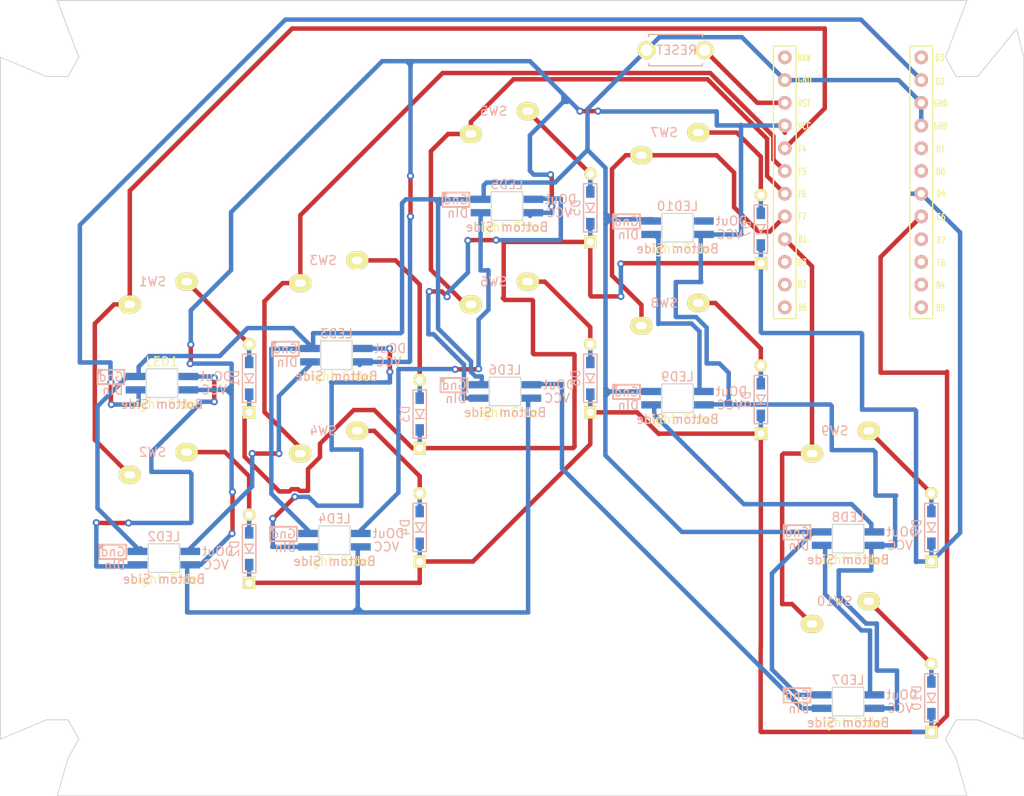
<source format=kicad_pcb>
(kicad_pcb (version 20221018) (generator pcbnew)
  (layers (0 "F.Cu" signal) (31 "B.Cu" signal) (34 "B.Paste" user) (35 "F.Paste" user) (36 "B.SilkS" user "B.Silkscreen") (37 "F.SilkS" user "F.Silkscreen") (38 "B.Mask" user) (39 "F.Mask" user) (44 "Edge.Cuts" user))
  (net 0 "")
  (net 1 "Net-(D1-A)")
  (net 2 "Low0")
  (net 3 "Net-(D2-A)")
  (net 4 "Low1")
  (net 5 "Net-(D3-A)")
  (net 6 "Net-(D4-A)")
  (net 7 "Net-(D5-A)")
  (net 8 "Net-(D6-A)")
  (net 9 "Net-(D7-A)")
  (net 10 "Net-(D8-A)")
  (net 11 "Net-(D9-A)")
  (net 12 "Net-(D10-A)")
  (net 13 "VCC")
  (net 14 "Net-(LED1-DOUT)")
  (net 15 "GND")
  (net 16 "LED")
  (net 17 "Net-(LED2-DOUT)")
  (net 18 "Net-(LED3-DOUT)")
  (net 19 "Net-(LED4-DOUT)")
  (net 20 "Net-(LED5-DOUT)")
  (net 21 "Col0")
  (net 22 "Col1")
  (net 23 "Rest")
  (net 32 "Col2")
  (net 33 "Col3")
  (net 34 "Col4")
  (net 38 "Net-(LED6-DOUT)")
  (net 39 "Net-(LED7-DOUT)")
  (net 40 "Net-(LED8-DOUT)")
  (net 41 "Net-(LED10-DIN)")
  (footprint "kbd_Parts:ResetSW" (layer "F.Cu") (at 88.10625 107.15625)
    (fp_text reference "SW11" hide)
    (fp_text value "SW_PUSH")
  )
  (footprint "kbd_Parts:LED_SK6812MINI-E_BL" (layer "F.Cu") (at 50.225 141.24375)
    (fp_text reference "LED3")
    (fp_text value "LED_SK6812MINI-E")
    (fp_line (start -1.75 -1.6) (end 1.75 -1.6) (stroke (width 0.12)) (layer "Edge.Cuts"))
    (fp_line (start -1.75 1.6) (end -1.75 -1.6) (stroke (width 0.12)) (layer "Edge.Cuts"))
    (fp_line (start 1.75 -1.6) (end 1.75 1.6) (stroke (width 0.12)) (layer "Edge.Cuts"))
    (fp_line (start 1.75 1.6) (end -1.75 1.6) (stroke (width 0.12)) (layer "Edge.Cuts"))
  )
  (footprint "kbd_Parts:Diode_TH_SMD" (layer "F.Cu") (at 78.58125 124.7775 90)
    (fp_text reference "D5")
    (fp_text value "D" hide)
  )
  (footprint "kbd_Parts:LED_SK6812MINI-E_BL" (layer "F.Cu") (at 30.7375 144.375)
    (fp_text reference "LED1")
    (fp_text value "LED_SK6812MINI-E")
    (fp_line (start -1.75 -1.6) (end 1.75 -1.6) (stroke (width 0.12)) (layer "Edge.Cuts"))
    (fp_line (start -1.75 1.6) (end -1.75 -1.6) (stroke (width 0.12)) (layer "Edge.Cuts"))
    (fp_line (start 1.75 -1.6) (end 1.75 1.6) (stroke (width 0.12)) (layer "Edge.Cuts"))
    (fp_line (start 1.75 1.6) (end -1.75 1.6) (stroke (width 0.12)) (layer "Edge.Cuts"))
  )
  (footprint "kbd_Parts:Diode_TH_SMD" (layer "F.Cu") (at 59.53125 160.49625 90)
    (fp_text reference "D4")
    (fp_text value "D" hide)
  )
  (footprint "kbd_SW:CherryMX_Solder_1u" (layer "F.Cu") (at 30.95625 138.1125)
    (fp_text reference "SW1")
    (fp_text value "SW_PUSH" hide)
  )
  (footprint "kbd_Parts:LED_SK6812MINI-E_BL" (layer "F.Cu") (at 88.325 127)
    (fp_text reference "LED10")
    (fp_text value "LED_SK6812MINI-E")
    (fp_line (start -1.75 -1.6) (end 1.75 -1.6) (stroke (width 0.12)) (layer "Edge.Cuts"))
    (fp_line (start -1.75 1.6) (end -1.75 -1.6) (stroke (width 0.12)) (layer "Edge.Cuts"))
    (fp_line (start 1.75 -1.6) (end 1.75 1.6) (stroke (width 0.12)) (layer "Edge.Cuts"))
    (fp_line (start 1.75 1.6) (end -1.75 1.6) (stroke (width 0.12)) (layer "Edge.Cuts"))
  )
  (footprint "kbd_Parts:LED_SK6812MINI-E_BL" (layer "F.Cu") (at 69.05625 145.3)
    (fp_text reference "LED6")
    (fp_text value "LED_SK6812MINI-E")
    (fp_line (start -1.75 -1.6) (end 1.75 -1.6) (stroke (width 0.12)) (layer "Edge.Cuts"))
    (fp_line (start -1.75 1.6) (end -1.75 -1.6) (stroke (width 0.12)) (layer "Edge.Cuts"))
    (fp_line (start 1.75 -1.6) (end 1.75 1.6) (stroke (width 0.12)) (layer "Edge.Cuts"))
    (fp_line (start 1.75 1.6) (end -1.75 1.6) (stroke (width 0.12)) (layer "Edge.Cuts"))
  )
  (footprint "kbd_Parts:Diode_TH_SMD" (layer "F.Cu") (at 97.63125 146.20875 90)
    (fp_text reference "D8")
    (fp_text value "D" hide)
  )
  (footprint "kbd_Parts:Diode_TH_SMD" (layer "F.Cu") (at 40.48125 143.8275 90)
    (fp_text reference "D1")
    (fp_text value "D" hide)
  )
  (footprint "kbd_SW:CherryMX_Solder_1u" (layer "F.Cu") (at 69.05625 138.1125)
    (fp_text reference "SW6")
    (fp_text value "SW_PUSH" hide)
  )
  (footprint "kbd_Parts:Diode_TH_SMD" (layer "F.Cu") (at 116.68125 160.49625 90)
    (fp_text reference "D9")
    (fp_text value "D" hide)
  )
  (footprint "kbd_Parts:Diode_TH_SMD" (layer "F.Cu") (at 116.68125 179.54625 90)
    (fp_text reference "D10")
    (fp_text value "D" hide)
  )
  (footprint "kbd_Parts:LED_SK6812MINI-E_BL" (layer "F.Cu") (at 69.275 124.575)
    (fp_text reference "LED5")
    (fp_text value "LED_SK6812MINI-E")
    (fp_line (start -1.75 -1.6) (end 1.75 -1.6) (stroke (width 0.12)) (layer "Edge.Cuts"))
    (fp_line (start -1.75 1.6) (end -1.75 -1.6) (stroke (width 0.12)) (layer "Edge.Cuts"))
    (fp_line (start 1.75 -1.6) (end 1.75 1.6) (stroke (width 0.12)) (layer "Edge.Cuts"))
    (fp_line (start 1.75 1.6) (end -1.75 1.6) (stroke (width 0.12)) (layer "Edge.Cuts"))
  )
  (footprint "kbd_Parts:LED_SK6812MINI-E_BL" (layer "F.Cu") (at 107.375 179.9625)
    (fp_text reference "LED7")
    (fp_text value "LED_SK6812MINI-E")
    (fp_line (start -1.75 -1.6) (end 1.75 -1.6) (stroke (width 0.12)) (layer "Edge.Cuts"))
    (fp_line (start -1.75 1.6) (end -1.75 -1.6) (stroke (width 0.12)) (layer "Edge.Cuts"))
    (fp_line (start 1.75 -1.6) (end 1.75 1.6) (stroke (width 0.12)) (layer "Edge.Cuts"))
    (fp_line (start 1.75 1.6) (end -1.75 1.6) (stroke (width 0.12)) (layer "Edge.Cuts"))
  )
  (footprint "kbd_Parts:LED_SK6812MINI-E_BL" (layer "F.Cu") (at 107.375 161.75)
    (fp_text reference "LED8")
    (fp_text value "LED_SK6812MINI-E")
    (fp_line (start -1.75 -1.6) (end 1.75 -1.6) (stroke (width 0.12)) (layer "Edge.Cuts"))
    (fp_line (start -1.75 1.6) (end -1.75 -1.6) (stroke (width 0.12)) (layer "Edge.Cuts"))
    (fp_line (start 1.75 -1.6) (end 1.75 1.6) (stroke (width 0.12)) (layer "Edge.Cuts"))
    (fp_line (start 1.75 1.6) (end -1.75 1.6) (stroke (width 0.12)) (layer "Edge.Cuts"))
  )
  (footprint "kbd_Parts:LED_SK6812MINI-E_BL" (layer "F.Cu") (at 30.95625 163.925)
    (fp_text reference "LED2")
    (fp_text value "LED_SK6812MINI-E")
    (fp_line (start -1.75 -1.6) (end 1.75 -1.6) (stroke (width 0.12)) (layer "Edge.Cuts"))
    (fp_line (start -1.75 1.6) (end -1.75 -1.6) (stroke (width 0.12)) (layer "Edge.Cuts"))
    (fp_line (start 1.75 -1.6) (end 1.75 1.6) (stroke (width 0.12)) (layer "Edge.Cuts"))
    (fp_line (start 1.75 1.6) (end -1.75 1.6) (stroke (width 0.12)) (layer "Edge.Cuts"))
  )
  (footprint "kbd_Parts:LED_SK6812MINI-E_BL" (layer "F.Cu") (at 50.00625 161.925)
    (fp_text reference "LED4")
    (fp_text value "LED_SK6812MINI-E")
    (fp_line (start -1.75 -1.6) (end 1.75 -1.6) (stroke (width 0.12)) (layer "Edge.Cuts"))
    (fp_line (start -1.75 1.6) (end -1.75 -1.6) (stroke (width 0.12)) (layer "Edge.Cuts"))
    (fp_line (start 1.75 -1.6) (end 1.75 1.6) (stroke (width 0.12)) (layer "Edge.Cuts"))
    (fp_line (start 1.75 1.6) (end -1.75 1.6) (stroke (width 0.12)) (layer "Edge.Cuts"))
  )
  (footprint "kbd_SW:CherryMX_Solder_1u" (layer "F.Cu") (at 50.00625 135.73125)
    (fp_text reference "SW3")
    (fp_text value "SW_PUSH" hide)
  )
  (footprint "kbd_SW:CherryMX_Solder_1u" (layer "F.Cu") (at 30.95625 157.1625)
    (fp_text reference "SW2")
    (fp_text value "SW_PUSH" hide)
  )
  (footprint "kbd_SW:CherryMX_Solder_1u" (layer "F.Cu") (at 88.10625 121.44375)
    (fp_text reference "SW7")
    (fp_text value "SW_PUSH" hide)
  )
  (footprint "kbd_SW:CherryMX_Solder_1u" (layer "F.Cu") (at 107.15625 154.78125)
    (fp_text reference "SW9")
    (fp_text value "SW_PUSH" hide)
  )
  (footprint "kbd_SW:CherryMX_Solder_1u" (layer "F.Cu") (at 50.00625 154.78125)
    (fp_text reference "SW4")
    (fp_text value "SW_PUSH" hide)
  )
  (footprint "kbd_SW:CherryMX_Solder_1u" (layer "F.Cu") (at 88.10625 140.49375)
    (fp_text reference "SW8")
    (fp_text value "SW_PUSH" hide)
  )
  (footprint "kbd_Parts:Diode_TH_SMD" (layer "F.Cu") (at 59.53125 147.825 90)
    (fp_text reference "D3")
    (fp_text value "D" hide)
  )
  (footprint "kbd_Parts:Diode_TH_SMD" (layer "F.Cu") (at 97.63125 127.15875 90)
    (fp_text reference "D7")
    (fp_text value "D" hide)
  )
  (footprint "kbd_Parts:LED_SK6812MINI-E_BL" (layer "F.Cu") (at 88.325 146.05)
    (fp_text reference "LED9")
    (fp_text value "LED_SK6812MINI-E")
    (fp_line (start -1.75 -1.6) (end 1.75 -1.6) (stroke (width 0.12)) (layer "Edge.Cuts"))
    (fp_line (start -1.75 1.6) (end -1.75 -1.6) (stroke (width 0.12)) (layer "Edge.Cuts"))
    (fp_line (start 1.75 -1.6) (end 1.75 1.6) (stroke (width 0.12)) (layer "Edge.Cuts"))
    (fp_line (start 1.75 1.6) (end -1.75 1.6) (stroke (width 0.12)) (layer "Edge.Cuts"))
  )
  (footprint "kbd_Parts:Diode_TH_SMD" (layer "F.Cu") (at 40.48125 162.8775 90)
    (fp_text reference "D2")
    (fp_text value "D" hide)
  )
  (footprint "kbd_Parts:Diode_TH_SMD" (layer "F.Cu") (at 78.58125 143.8275 90)
    (fp_text reference "D6")
    (fp_text value "D" hide)
  )
  (footprint "kbd_SW:CherryMX_Solder_1u" (layer "F.Cu") (at 107.15625 173.83125)
    (fp_text reference "SW10")
    (fp_text value "SW_PUSH" hide)
  )
  (footprint "kbd_SW:CherryMX_Solder_1u" (layer "F.Cu") (at 69.05625 119.0625)
    (fp_text reference "SW5")
    (fp_text value "SW_PUSH" hide)
  )
  (footprint "kbd_Parts:Micon_ProMicro" (layer "B.Cu") (at 106.66 121.168 180)
    (fp_text reference "U1" hide)
    (fp_text value "ProMicro" hide)
  )
  (gr_line (start 20.25 110.1) (end 17.85 110.1) (stroke (width 0.1)) (layer "Edge.Cuts"))
  (gr_line (start 118.25 184.15) (end 119.45 182) (stroke (width 0.1)) (layer "Edge.Cuts"))
  (gr_line (start 20.25 182) (end 17.85 182) (stroke (width 0.1)) (layer "Edge.Cuts"))
  (gr_line (start 21.45 107.95) (end 20.25 110.1) (stroke (width 0.1)) (layer "Edge.Cuts"))
  (gr_line (start 121.85 110.1) (end 126.20625 104.775) (stroke (width 0.1)) (layer "Edge.Cuts"))
  (gr_line (start 127 107.95) (end 127 184.15) (stroke (width 0.1)) (layer "Edge.Cuts"))
  (gr_line (start 21.45 107.95) (end 19.05 101.6) (stroke (width 0.1)) (layer "Edge.Cuts"))
  (gr_line (start 121.85 110.1) (end 119.45 110.1) (stroke (width 0.1)) (layer "Edge.Cuts"))
  (gr_line (start 119.45 186.3) (end 118.25 184.15) (stroke (width 0.1)) (layer "Edge.Cuts"))
  (gr_line (start 119.45 186.3) (end 120.65 190.5) (stroke (width 0.1)) (layer "Edge.Cuts"))
  (gr_line (start 119.45 182) (end 121.85 182) (stroke (width 0.1)) (layer "Edge.Cuts"))
  (gr_line (start 20.25 186.3) (end 19.05 190.5) (stroke (width 0.1)) (layer "Edge.Cuts"))
  (gr_line (start 12.7 184.15) (end 12.7 107.95) (stroke (width 0.1)) (layer "Edge.Cuts"))
  (gr_line (start 19.05 101.6) (end 120.65 101.6) (stroke (width 0.1)) (layer "Edge.Cuts"))
  (gr_line (start 118.25 107.95) (end 120.65 101.6) (stroke (width 0.1)) (layer "Edge.Cuts"))
  (gr_line (start 120.65 190.5) (end 19.05 190.5) (stroke (width 0.1)) (layer "Edge.Cuts"))
  (gr_line (start 127 107.95) (end 126.20625 104.775) (stroke (width 0.1)) (layer "Edge.Cuts"))
  (gr_line (start 17.85 110.1) (end 12.7 107.95) (stroke (width 0.1)) (layer "Edge.Cuts"))
  (gr_line (start 20.25 186.3) (end 21.45 184.15) (stroke (width 0.1)) (layer "Edge.Cuts"))
  (gr_line (start 121.85 182) (end 127 184.15) (stroke (width 0.1)) (layer "Edge.Cuts"))
  (gr_line (start 17.85 182) (end 12.7 184.15) (stroke (width 0.1)) (layer "Edge.Cuts"))
  (gr_line (start 119.45 110.1) (end 118.25 107.95) (stroke (width 0.1)) (layer "Edge.Cuts"))
  (gr_line (start 21.45 184.15) (end 20.25 182) (stroke (width 0.1)) (layer "Edge.Cuts"))
  (segment (start 40.48125 140.0175) (end 33.49625 133.0325) (width 0.5) (layer "F.Cu") (net 1))
  (segment (start 40.48125 142.0525) (end 40.48125 140.0175) (width 0.5) (layer "B.Cu") (net 1))
  (segment (start 72.18 135.16) (end 72.09 135.07) (width 0.5) (layer "F.Cu") (net 2))
  (segment (start 68.9375 128.5875) (end 78.58125 128.5875) (width 0.5) (layer "F.Cu") (net 2))
  (segment (start 47.05 156.41) (end 46.112082 156.41) (width 0.5) (layer "F.Cu") (net 2))
  (segment (start 68.91 134.8) (end 68.91 128.56) (width 0.5) (layer "F.Cu") (net 2))
  (segment (start 82.07125 130.96875) (end 97.63125 130.96875) (width 0.5) (layer "F.Cu") (net 2))
  (segment (start 39.97 152.592082) (end 39.97 148.14875) (width 0.5) (layer "F.Cu") (net 2))
  (segment (start 82 131.04) (end 82.07125 130.96875) (width 0.5) (layer "F.Cu") (net 2))
  (segment (start 43.857918 156.48) (end 39.97 152.592082) (width 0.5) (layer "F.Cu") (net 2))
  (segment (start 72.27 141.14) (end 72.18 141.05) (width 0.5) (layer "F.Cu") (net 2))
  (segment (start 52.15689 147.38) (end 48.39 151.14689) (width 0.5) (layer "F.Cu") (net 2))
  (segment (start 54.46 147.38) (end 52.15689 147.38) (width 0.5) (layer "F.Cu") (net 2))
  (segment (start 46.112082 156.41) (end 45.932082 156.23) (width 0.5) (layer "F.Cu") (net 2))
  (segment (start 45.227918 156.23) (end 44.977918 156.48) (width 0.5) (layer "F.Cu") (net 2))
  (segment (start 68.91 128.56) (end 68.9375 128.5875) (width 0.5) (layer "F.Cu") (net 2))
  (segment (start 78.58125 128.5875) (end 78.58125 134.56125) (width 0.5) (layer "F.Cu") (net 2))
  (segment (start 72.18 141.05) (end 72.18 135.16) (width 0.5) (layer "F.Cu") (net 2))
  (segment (start 78.7 134.68) (end 82 134.68) (width 0.5) (layer "F.Cu") (net 2))
  (segment (start 76.82 141.19) (end 76.77 141.14) (width 0.5) (layer "F.Cu") (net 2))
  (segment (start 59.53125 151.635) (end 76.655 151.635) (width 0.5) (layer "F.Cu") (net 2))
  (segment (start 59.53125 151.635) (end 58.715 151.635) (width 0.5) (layer "F.Cu") (net 2))
  (segment (start 58.715 151.635) (end 54.46 147.38) (width 0.5) (layer "F.Cu") (net 2))
  (segment (start 48.39 151.14689) (end 48.39 152.64) (width 0.5) (layer "F.Cu") (net 2))
  (segment (start 76.655 151.635) (end 76.82 151.47) (width 0.5) (layer "F.Cu") (net 2))
  (segment (start 69.02 135.07) (end 68.83 134.88) (width 0.5) (layer "F.Cu") (net 2))
  (segment (start 72.09 135.07) (end 69.02 135.07) (width 0.5) (layer "F.Cu") (net 2))
  (segment (start 45.932082 156.23) (end 45.227918 156.23) (width 0.5) (layer "F.Cu") (net 2))
  (segment (start 76.77 141.14) (end 72.27 141.14) (width 0.5) (layer "F.Cu") (net 2))
  (segment (start 76.82 151.47) (end 76.82 141.19) (width 0.5) (layer "F.Cu") (net 2))
  (segment (start 68.83 134.88) (end 68.91 134.8) (width 0.5) (layer "F.Cu") (net 2))
  (segment (start 44.977918 156.48) (end 43.857918 156.48) (width 0.5) (layer "F.Cu") (net 2))
  (segment (start 47.05 153.98) (end 47.05 156.41) (width 0.5) (layer "F.Cu") (net 2))
  (segment (start 39.97 148.14875) (end 40.48125 147.6375) (width 0.5) (layer "F.Cu") (net 2))
  (segment (start 78.58125 134.56125) (end 78.7 134.68) (width 0.5) (layer "F.Cu") (net 2))
  (segment (start 48.39 152.64) (end 47.05 153.98) (width 0.5) (layer "F.Cu") (net 2))
  (via (at 82 131.04) (size 0.8) (drill 0.4) (layers "F.Cu" "B.Cu") (net 2))
  (via (at 82 134.68) (size 0.8) (drill 0.4) (layers "F.Cu" "B.Cu") (net 2))
  (segment (start 97.63125 130.96875) (end 97.63125 138.65125) (width 0.5) (layer "B.Cu") (net 2))
  (segment (start 114.82 147.33) (end 114.97 147.48) (width 0.5) (layer "B.Cu") (net 2))
  (segment (start 119.89 127.54) (end 119.89 161.0975) (width 0.5) (layer "B.Cu") (net 2))
  (segment (start 115.55 123.2) (end 114.47237 123.2) (width 0.5) (layer "B.Cu") (net 2))
  (segment (start 115.55 123.2) (end 119.89 127.54) (width 0.5) (layer "B.Cu") (net 2))
  (segment (start 114.97 164.36) (end 115.02375 164.30625) (width 0.5) (layer "B.Cu") (net 2))
  (segment (start 108.84 138.77) (end 108.94 138.87) (width 0.5) (layer "B.Cu") (net 2))
  (segment (start 108.94 147.33) (end 114.82 147.33) (width 0.5) (layer "B.Cu") (net 2))
  (segment (start 115.02375 164.30625) (end 116.68125 164.30625) (width 0.5) (layer "B.Cu") (net 2))
  (segment (start 40.48125 147.6375) (end 40.48125 145.6025) (width 0.5) (layer "B.Cu") (net 2))
  (segment (start 114.97 147.48) (end 114.97 164.36) (width 0.5) (layer "B.Cu") (net 2))
  (segment (start 108.94 138.87) (end 108.94 147.33) (width 0.5) (layer "B.Cu") (net 2))
  (segment (start 119.89 161.0975) (end 116.68125 164.30625) (width 0.5) (layer "B.Cu") (net 2))
  (segment (start 59.53125 149.6) (end 59.53125 151.635) (width 0.5) (layer "B.Cu") (net 2))
  (segment (start 82 134.68) (end 82 131.04) (width 0.5) (layer "B.Cu") (net 2))
  (segment (start 97.75 138.77) (end 108.84 138.77) (width 0.5) (layer "B.Cu") (net 2))
  (segment (start 97.63125 128.93375) (end 97.63125 130.96875) (width 0.5) (layer "B.Cu") (net 2))
  (segment (start 97.63125 138.65125) (end 97.75 138.77) (width 0.5) (layer "B.Cu") (net 2))
  (segment (start 116.68125 164.30625) (end 116.68125 162.27125) (width 0.5) (layer "B.Cu") (net 2))
  (segment (start 78.58125 128.5875) (end 78.58125 126.5525) (width 0.5) (layer "B.Cu") (net 2))
  (segment (start 37.7825 152.0825) (end 40.48125 154.78125) (width 0.5) (layer "F.Cu") (net 3))
  (segment (start 40.48125 154.78125) (end 40.48125 159.0675) (width 0.5) (layer "F.Cu") (net 3))
  (segment (start 33.49625 152.0825) (end 37.7825 152.0825) (width 0.5) (layer "F.Cu") (net 3))
  (segment (start 40.48125 159.0675) (end 40.48125 161.1025) (width 0.5) (layer "B.Cu") (net 3))
  (segment (start 118.43 143.1) (end 118.43 181.53) (width 0.5) (layer "F.Cu") (net 4))
  (segment (start 59.54 166.7) (end 59.5275 166.6875) (width 0.5) (layer "F.Cu") (net 4))
  (segment (start 118.43 181.53) (end 116.68125 183.27875) (width 0.5) (layer "F.Cu") (net 4))
  (segment (start 59.53125 164.30625) (end 59.53125 166.68375) (width 0.5) (layer "F.Cu") (net 4))
  (segment (start 97.64625 183.35625) (end 116.68125 183.35625) (width 0.5) (layer "F.Cu") (net 4))
  (segment (start 118.33 143.2) (end 118.43 143.1) (width 0.5) (layer "F.Cu") (net 4))
  (segment (start 65.47375 164.30625) (end 59.53125 164.30625) (width 0.5) (layer "F.Cu") (net 4))
  (segment (start 86.28125 150.01875) (end 97.63125 150.01875) (width 0.5) (layer "F.Cu") (net 4))
  (segment (start 97.63125 173.922303) (end 97.61 173.943553) (width 0.5) (layer "F.Cu") (net 4))
  (segment (start 78.58125 147.6375) (end 78.58125 151.19875) (width 0.5) (layer "F.Cu") (net 4))
  (segment (start 78.58125 151.19875) (end 65.47375 164.30625) (width 0.5) (layer "F.Cu") (net 4))
  (segment (start 59.5275 166.6875) (end 40.48125 166.6875) (width 0.5) (layer "F.Cu") (net 4))
  (segment (start 97.61 183.32) (end 97.64625 183.35625) (width 0.5) (layer "F.Cu") (net 4))
  (segment (start 83.8175 147.6375) (end 86.24 150.06) (width 0.5) (layer "F.Cu") (net 4))
  (segment (start 97.63125 150.01875) (end 97.63125 173.922303) (width 0.5) (layer "F.Cu") (net 4))
  (segment (start 116.68125 183.27875) (end 116.68125 183.35625) (width 0.5) (layer "F.Cu") (net 4))
  (segment (start 97.61 173.943553) (end 97.61 183.32) (width 0.5) (layer "F.Cu") (net 4))
  (segment (start 78.58125 147.6375) (end 83.8175 147.6375) (width 0.5) (layer "F.Cu") (net 4))
  (segment (start 111.01 130.28) (end 111.01 143.2) (width 0.5) (layer "F.Cu") (net 4))
  (segment (start 59.53125 166.68375) (end 59.5275 166.6875) (width 0.5) (layer "F.Cu") (net 4))
  (segment (start 111.01 143.2) (end 118.33 143.2) (width 0.5) (layer "F.Cu") (net 4))
  (segment (start 115.55 125.74) (end 111.01 130.28) (width 0.5) (layer "F.Cu") (net 4))
  (segment (start 86.24 150.06) (end 86.28125 150.01875) (width 0.5) (layer "F.Cu") (net 4))
  (segment (start 78.58125 145.6025) (end 78.58125 147.6375) (width 0.5) (layer "B.Cu") (net 4))
  (segment (start 116.68125 181.32125) (end 116.68125 183.35625) (width 0.5) (layer "B.Cu") (net 4))
  (segment (start 40.48125 164.6525) (end 40.48125 166.6875) (width 0.5) (layer "B.Cu") (net 4))
  (segment (start 114.68625 183.35625) (end 116.68125 183.35625) (width 0.5) (layer "B.Cu") (net 4))
  (segment (start 115.68 125.74) (end 115.72 125.7) (width 0.5) (layer "B.Cu") (net 4))
  (segment (start 59.53125 162.27125) (end 59.53125 164.30625) (width 0.5) (layer "B.Cu") (net 4))
  (segment (start 115.55 125.74) (end 115.68 125.74) (width 0.5) (layer "B.Cu") (net 4))
  (segment (start 97.63125 150.01875) (end 97.63125 147.98375) (width 0.5) (layer "B.Cu") (net 4))
  (segment (start 52.54625 130.65125) (end 56.8325 130.65125) (width 0.5) (layer "F.Cu") (net 5))
  (segment (start 59.53125 133.35) (end 59.53125 144.015) (width 0.5) (layer "F.Cu") (net 5))
  (segment (start 56.8325 130.65125) (end 59.53125 133.35) (width 0.5) (layer "F.Cu") (net 5))
  (segment (start 59.53125 144.015) (end 59.53125 146.05) (width 0.5) (layer "B.Cu") (net 5))
  (segment (start 54.45125 149.70125) (end 52.54625 149.70125) (width 0.5) (layer "F.Cu") (net 6))
  (segment (start 59.53125 154.78125) (end 54.45125 149.70125) (width 0.5) (layer "F.Cu") (net 6))
  (segment (start 59.53125 156.68625) (end 59.53125 154.78125) (width 0.5) (layer "F.Cu") (net 6))
  (segment (start 59.53125 156.68625) (end 59.53125 158.72125) (width 0.5) (layer "B.Cu") (net 6))
  (segment (start 78.58125 120.9675) (end 71.59625 113.9825) (width 0.5) (layer "F.Cu") (net 7))
  (segment (start 78.58125 123.0025) (end 78.58125 120.9675) (width 0.5) (layer "B.Cu") (net 7))
  (segment (start 73.50125 133.0325) (end 78.58125 138.1125) (width 0.5) (layer "F.Cu") (net 8))
  (segment (start 71.59625 133.0325) (end 73.50125 133.0325) (width 0.5) (layer "F.Cu") (net 8))
  (segment (start 78.58125 138.1125) (end 78.58125 140.0175) (width 0.5) (layer "F.Cu") (net 8))
  (segment (start 78.58125 140.0175) (end 78.58125 142.0525) (width 0.5) (layer "B.Cu") (net 8))
  (segment (start 94.9325 116.36375) (end 90.64625 116.36375) (width 0.5) (layer "F.Cu") (net 9))
  (segment (start 97.63125 119.0625) (end 94.9325 116.36375) (width 0.5) (layer "F.Cu") (net 9))
  (segment (start 97.63125 123.34875) (end 97.63125 119.0625) (width 0.5) (layer "F.Cu") (net 9))
  (segment (start 97.63125 123.34875) (end 97.63125 125.38375) (width 0.5) (layer "B.Cu") (net 9))
  (segment (start 97.63125 140.49375) (end 92.55125 135.41375) (width 0.5) (layer "F.Cu") (net 10))
  (segment (start 92.55125 135.41375) (end 90.64625 135.41375) (width 0.5) (layer "F.Cu") (net 10))
  (segment (start 97.63125 142.39875) (end 97.63125 140.49375) (width 0.5) (layer "F.Cu") (net 10))
  (segment (start 97.63125 144.43375) (end 97.63125 142.39875) (width 0.5) (layer "B.Cu") (net 10))
  (segment (start 116.68125 156.68625) (end 109.69625 149.70125) (width 0.5) (layer "F.Cu") (net 11))
  (segment (start 116.68125 158.72125) (end 116.68125 156.68625) (width 0.5) (layer "B.Cu") (net 11))
  (segment (start 109.69625 168.75125) (end 116.68125 175.73625) (width 0.5) (layer "F.Cu") (net 12))
  (segment (start 116.68125 175.73625) (end 116.68125 177.77125) (width 0.5) (layer "B.Cu") (net 12))
  (segment (start 74.28 121.21) (end 74.14 121.07) (width 0.5) (layer "F.Cu") (net 13))
  (segment (start 79.44 113.97) (end 77.426045 113.97) (width 0.5) (layer "F.Cu") (net 13))
  (segment (start 38.62 161.12) (end 38.57 161.17) (width 0.5) (layer "F.Cu") (net 13))
  (segment (start 58.5 125.75) (end 58.5 121.21) (width 0.5) (layer "F.Cu") (net 13))
  (segment (start 33.96 142.1295) (end 33.9 142.1895) (width 0.5) (layer "F.Cu") (net 13))
  (segment (start 100.31 115.58) (end 100.31 116.38375) (width 0.5) (layer "F.Cu") (net 13))
  (segment (start 77.426045 113.97) (end 77.4255 113.970545) (width 0.5) (layer "F.Cu") (net 13))
  (segment (start 38.62 156.53) (end 38.62 161.12) (width 0.5) (layer "F.Cu") (net 13))
  (segment (start 33.96 140.06) (end 33.96 142.1295) (width 0.5) (layer "F.Cu") (net 13))
  (segment (start 74.28 124.5995) (end 74.28 121.21) (width 0.5) (layer "F.Cu") (net 13))
  (via (at 38.62 156.53) (size 0.8) (drill 0.4) (layers "F.Cu" "B.Cu") (net 13))
  (via (at 58.5 121.21) (size 0.8) (drill 0.4) (layers "F.Cu" "B.Cu") (net 13))
  (via (at 74.28 124.5995) (size 0.8) (drill 0.4) (layers "F.Cu" "B.Cu") (net 13))
  (via (at 74.14 121.07) (size 0.8) (drill 0.4) (layers "F.Cu" "B.Cu") (net 13))
  (via (at 58.5 125.75) (size 0.8) (drill 0.4) (layers "F.Cu" "B.Cu") (net 13))
  (via (at 79.44 113.97) (size 0.8) (drill 0.4) (layers "F.Cu" "B.Cu") (net 13))
  (via (at 33.96 140.06) (size 0.8) (drill 0.4) (layers "F.Cu" "B.Cu") (net 13))
  (via (at 38.57 161.17) (size 0.8) (drill 0.4) (layers "F.Cu" "B.Cu") (net 13))
  (via (at 77.4255 113.970545) (size 0.8) (drill 0.4) (layers "F.Cu" "B.Cu") (net 13))
  (via (at 33.9 142.1895) (size 0.8) (drill 0.4) (layers "F.Cu" "B.Cu") (net 13))
  (segment (start 71.64 146.06625) (end 71.64 170) (width 0.5) (layer "B.Cu") (net 13))
  (segment (start 74.14 121.07) (end 72.27 121.07) (width 0.5) (layer "B.Cu") (net 13))
  (segment (start 92.71 114.01) (end 79.48 114.01) (width 0.5) (layer "B.Cu") (net 13))
  (segment (start 74.33 124.6495) (end 74.28 124.5995) (width 0.5) (layer "B.Cu") (net 13))
  (segment (start 33.55625 164.675) (end 33.55625 169.98625) (width 0.5) (layer "B.Cu") (net 13))
  (segment (start 90.925 127.75) (end 90.925 133.015) (width 0.5) (layer "B.Cu") (net 13))
  (segment (start 93.98 146.35) (end 93.58 146.75) (width 0.5) (layer "B.Cu") (net 13))
  (segment (start 38.52 145.1) (end 38.52 145.67) (width 0.5) (layer "B.Cu") (net 13))
  (segment (start 58.5 108.82) (end 58.07 108.39) (width 0.5) (layer "B.Cu") (net 13))
  (segment (start 94.46 146.76) (end 94.05 146.76) (width 0.5) (layer "B.Cu") (net 13))
  (segment (start 58.5 108.39) (end 58.07 108.39) (width 0.5) (layer "B.Cu") (net 13))
  (segment (start 38.14 145.125) (end 38.14 145.03) (width 0.5) (layer "B.Cu") (net 13))
  (segment (start 94.04 146.35) (end 94.05 146.35) (width 0.5) (layer "B.Cu") (net 13))
  (segment (start 100.31 115.58) (end 95.49 115.58) (width 0.5) (layer "B.Cu") (net 13))
  (segment (start 90.925 127.75) (end 92.03125 127.75) (width 0.5) (layer "B.Cu") (net 13))
  (segment (start 90.39 136.98) (end 91.58 138.17) (width 0.5) (layer "B.Cu") (net 13))
  (segment (start 110.19 151.86) (end 105.55 151.86) (width 0.5) (layer "B.Cu") (net 13))
  (segment (start 33.3375 145.125) (end 37.155 145.125) (width 0.5) (layer "B.Cu") (net 13))
  (segment (start 53.13 170) (end 52.11 170) (width 0.5) (layer "B.Cu") (net 13))
  (segment (start 38.52 142.23) (end 38.52 144.65) (width 0.5) (layer "B.Cu") (net 13))
  (segment (start 38.46 125.27) (end 38.46 131.74) (width 0.5) (layer "B.Cu") (net 13))
  (segment (start 58.07 108.39) (end 55.34 108.39) (width 0.5) (layer "B.Cu") (net 13))
  (segment (start 33.3375 145.25625) (end 33.3375 145.125) (width 0.5) (layer "B.Cu") (net 13))
  (segment (start 52.60625 169.21) (end 52.60625 169.50375) (width 0.5) (layer "B.Cu") (net 13))
  (segment (start 110.63 176.5) (end 110.59 176.46) (width 0.5) (layer "B.Cu") (net 13))
  (segment (start 91.58 142.17) (end 93 142.17) (width 0.5) (layer "B.Cu") (net 13))
  (segment (start 38.14 145.03) (end 38.14 145.29) (width 0.5) (layer "B.Cu") (net 13))
  (segment (start 75.577478 112.122522) (end 71.844955 108.39) (width 0.5) (layer "B.Cu") (net 13))
  (segment (start 58.5 108.96) (end 58.5 108.82) (width 0.5) (layer "B.Cu") (net 13))
  (segment (start 53.1375 162.675) (end 52.60625 162.675) (width 0.5) (layer "B.Cu") (net 13))
  (segment (start 38.57 161.17) (end 35.065 164.675) (width 0.5) (layer "B.Cu") (net 13))
  (segment (start 110.44 156.9) (end 110.44 152.11) (width 0.5) (layer "B.Cu") (net 13))
  (segment (start 52.825 141.99375) (end 58.37625 141.99375) (width 0.5) (layer "B.Cu") (net 13))
  (segment (start 71.875 125.325) (end 74.285 125.325) (width 0.5) (layer "B.Cu") (net 13))
  (segment (start 91.58 138.17) (end 91.58 142.17) (width 0.5) (layer "B.Cu") (net 13))
  (segment (start 38.4795 142.1895) (end 38.52 142.23) (width 0.5) (layer "B.Cu") (net 13))
  (segment (start 74.285 125.325) (end 74.33 125.37) (width 0.5) (layer "B.Cu") (net 13))
  (segment (start 33.55625 169.98625) (end 33.57 170) (width 0.5) (layer "B.Cu") (net 13))
  (segment (start 109.975 165.255) (end 109.975 162.5) (width 0.5) (layer "B.Cu") (net 13))
  (segment (start 112.84 176.5) (end 110.63 176.5) (width 0.5) (layer "B.Cu") (net 13))
  (segment (start 38.495 145.125) (end 38.52 145.1) (width 0.5) (layer "B.Cu") (net 13))
  (segment (start 52.60625 169.21) (end 52.60625 162.675) (width 0.5) (layer "B.Cu") (net 13))
  (segment (start 88.13 136.95) (end 88.16 136.98) (width 0.5) (layer "B.Cu") (net 13))
  (segment (start 74.33 125.37) (end 74.33 124.6495) (width 0.5) (layer "B.Cu") (net 13))
  (segment (start 90.935 127.76) (end 90.925 127.75) (width 0.5) (layer "B.Cu") (net 13))
  (segment (start 90.975 146.75) (end 90.925 146.8) (width 0.5) (layer "B.Cu") (net 13))
  (segment (start 95.47 127.76) (end 90.935 127.76) (width 0.5) (layer "B.Cu") (net 13))
  (segment (start 71.65625 146.05) (end 71.64 146.06625) (width 0.5) (layer "B.Cu") (net 13))
  (segment (start 88.16 136.98) (end 90.39 136.98) (width 0.5) (layer "B.Cu") (net 13))
  (segment (start 58.37625 141.99375) (end 58.45 141.92) (width 0.5) (layer "B.Cu") (net 13))
  (segment (start 71.844955 108.39) (end 58.79 108.39) (width 0.5) (layer "B.Cu") (net 13))
  (segment (start 112.63 162.58) (end 112.63 157.05) (width 0.5) (layer "B.Cu") (net 13))
  (segment (start 58.5 108.96) (end 58.5 108.68) (width 0.5) (layer "B.Cu") (net 13))
  (segment (start 79.48 114.01) (end 79.44 113.97) (width 0.5) (layer "B.Cu") (net 13))
  (segment (start 38.14 145.125) (end 38.495 145.125) (width 0.5) (layer "B.Cu") (net 13))
  (segment (start 33.57 170) (end 52.11 170) (width 0.5) (layer "B.Cu") (net 13))
  (segment (start 75.577478 112.932522) (end 76.007478 112.932522) (width 0.5) (layer "B.Cu") (net 13))
  (segment (start 58.45 125.8) (end 58.5 125.75) (width 0.5) (layer "B.Cu") (net 13))
  (segment (start 112.84 180.8) (end 112.84 176.5) (width 0.5) (layer "B.Cu") (net 13))
  (segment (start 38.52 145.67) (end 38.52 156.43) (width 0.5) (layer "B.Cu") (net 13))
  (segment (start 93.58 146.75) (end 90.975 146.75) (width 0.5) (layer "B.Cu") (net 13))
  (segment (start 35.065 164.675) (end 33.55625 164.675) (width 0.5) (layer "B.Cu") (net 13))
  (segment (start 52.60625 169.50375) (end 52.11 170) (width 0.5) (layer "B.Cu") (net 13))
  (segment (start 52.60625 169.21) (end 52.60625 169.47625) (width 0.5) (layer "B.Cu") (net 13))
  (segment (start 38.52 144.65) (end 38.52 145.1) (width 0.5) (layer "B.Cu") (net 13))
  (segment (start 110.48 156.94) (end 110.44 156.9) (width 0.5) (layer "B.Cu") (net 13))
  (segment (start 72.27 121.07) (end 71.84 120.64) (width 0.5) (layer "B.Cu") (net 13))
  (segment (start 37.28 145) (end 37.155 145.125) (width 0.5) (layer "B.Cu") (net 13))
  (segment (start 95.48 115.57) (end 92.71 115.57) (width 0.5) (layer "B.Cu") (net 13))
  (segment (start 110.44 152.11) (end 110.19 151.86) (width 0.5) (layer "B.Cu") (net 13))
  (segment (start 94.05 146.35) (end 94.46 146.76) (width 0.5) (layer "B.Cu") (net 13))
  (segment (start 110.59 171.24) (end 109.39 171.24) (width 0.5) (layer "B.Cu") (net 13))
  (segment (start 58.5 121.21) (end 58.5 108.96) (width 0.5) (layer "B.Cu") (net 13))
  (segment (start 71.64 170) (end 53.13 170) (width 0.5) (layer "B.Cu") (net 13))
  (segment (start 95.49 115.58) (end 95.42 115.51) (width 0.5) (layer "B.Cu") (net 13))
  (segment (start 110.59 176.46) (end 110.59 171.24) (width 0.5) (layer "B.Cu") (net 13))
  (segment (start 58.5 108.96) (end 58.5 108.39) (width 0.5) (layer "B.Cu") (net 13))
  (segment (start 75.577478 112.932522) (end 75.577478 112.122522) (width 0.5) (layer "B.Cu") (net 13))
  (segment (start 105.55 146.93) (end 105.38 146.76) (width 0.5) (layer "B.Cu") (net 13))
  (segment (start 76.197478 112.742522) (end 75.577478 112.122522) (width 0.5) (layer "B.Cu") (net 13))
  (segment (start 94.04 146.35) (end 94.04 146.75) (width 0.5) (layer "B.Cu") (net 13))
  (segment (start 109.92 165.31) (end 109.975 165.255) (width 0.5) (layer "B.Cu") (net 13))
  (segment (start 112.7525 180.7125) (end 112.84 180.8) (width 0.5) (layer "B.Cu") (net 13))
  (segment (start 109.975 162.5) (end 112.55 162.5) (width 0.5) (layer "B.Cu") (net 13))
  (segment (start 58.45 141.92) (end 58.45 125.8) (width 0.5) (layer "B.Cu") (net 13))
  (segment (start 58.5 108.68) (end 58.79 108.39) (width 0.5) (layer "B.Cu") (net 13))
  (segment (start 109.975 180.7125) (end 112.7525 180.7125) (width 0.5) (layer "B.Cu") (net 13))
  (segment (start 38.52 156.43) (end 38.62 156.53) (width 0.5) (layer "B.Cu") (net 13))
  (segment (start 105.38 146.76) (end 94.46 146.76) (width 0.5) (layer "B.Cu") (net 13))
  (segment (start 58.79 108.39) (end 58.5 108.39) (width 0.5) (layer "B.Cu") (net 13))
  (segment (start 90.98 133.07) (end 88.13 133.07) (width 0.5) (layer "B.Cu") (net 13))
  (segment (start 88.13 133.07) (end 88.13 136.95) (width 0.5) (layer "B.Cu") (net 13))
  (segment (start 38.14 145.03) (end 38.52 144.65) (width 0.5) (layer "B.Cu") (net 13))
  (segment (start 38.14 145.29) (end 38.52 145.67) (width 0.5) (layer "B.Cu") (net 13))
  (segment (start 112.63 157.05) (end 112.74 156.94) (width 0.5) (layer "B.Cu") (net 13))
  (segment (start 71.84 120.64) (end 71.84 116.67) (width 0.5) (layer "B.Cu") (net 13))
  (segment (start 76.007478 112.932522) (end 76.197478 112.742522) (width 0.5) (layer "B.Cu") (net 13))
  (segment (start 90.925 133.015) (end 90.98 133.07) (width 0.5) (layer "B.Cu") (net 13))
  (segment (start 71.84 116.67) (end 75.577478 112.932522) (width 0.5) (layer "B.Cu") (net 13))
  (segment (start 92.71 115.57) (end 92.71 114.01) (width 0.5) (layer "B.Cu") (net 13))
  (segment (start 77.4255 113.970545) (end 76.197478 112.742522) (width 0.5) (layer "B.Cu") (net 13))
  (segment (start 94.05 146.76) (end 94.04 146.75) (width 0.5) (layer "B.Cu") (net 13))
  (segment (start 105.55 151.86) (end 105.55 146.93) (width 0.5) (layer "B.Cu") (net 13))
  (segment (start 95.49 115.58) (end 95.48 115.57) (width 0.5) (layer "B.Cu") (net 13))
  (segment (start 52.825 141.99375) (end 52.825 142.347303) (width 0.5) (layer "B.Cu") (net 13))
  (segment (start 38.46 131.74) (end 33.96 136.24) (width 0.5) (layer "B.Cu") (net 13))
  (segment (start 52.60625 169.47625) (end 53.13 170) (width 0.5) (layer "B.Cu") (net 13))
  (segment (start 71.875 125.325) (end 71.875 125.678553) (width 0.5) (layer "B.Cu") (net 13))
  (segment (start 94.04 143.21) (end 94.04 146.35) (width 0.5) (layer "B.Cu") (net 13))
  (segment (start 112.74 156.94) (end 110.48 156.94) (width 0.5) (layer "B.Cu") (net 13))
  (segment (start 94.04 146.75) (end 93.58 146.75) (width 0.5) (layer "B.Cu") (net 13))
  (segment (start 55.34 108.39) (end 38.46 125.27) (width 0.5) (layer "B.Cu") (net 13))
  (segment (start 95.42 127.71) (end 95.47 127.76) (width 0.5) (layer "B.Cu") (net 13))
  (segment (start 106.33 165.31) (end 109.92 165.31) (width 0.5) (layer "B.Cu") (net 13))
  (segment (start 106.33 168.18) (end 106.33 165.31) (width 0.5) (layer "B.Cu") (net 13))
  (segment (start 109.39 171.24) (end 106.33 168.18) (width 0.5) (layer "B.Cu") (net 13))
  (segment (start 37.155 145.125) (end 38.14 145.125) (width 0.5) (layer "B.Cu") (net 13))
  (segment (start 33.96 136.24) (end 33.96 140.06) (width 0.5) (layer "B.Cu") (net 13))
  (segment (start 112.55 162.5) (end 112.63 162.58) (width 0.5) (layer "B.Cu") (net 13))
  (segment (start 95.42 115.51) (end 95.42 127.71) (width 0.5) (layer "B.Cu") (net 13))
  (segment (start 93 142.17) (end 94.04 143.21) (width 0.5) (layer "B.Cu") (net 13))
  (segment (start 94.04 146.35) (end 93.98 146.35) (width 0.5) (layer "B.Cu") (net 13))
  (segment (start 33.9 142.1895) (end 38.4795 142.1895) (width 0.5) (layer "B.Cu") (net 13))
  (segment (start 36.58 143.8) (end 36.58 146.45) (width 0.5) (layer "F.Cu") (net 14))
  (segment (start 36.64 146.51) (end 36.58 146.45) (width 0.5) (layer "F.Cu") (net 14))
  (segment (start 23.44 160) (end 23.41 159.97) (width 0.5) (layer "F.Cu") (net 14))
  (segment (start 27.01 160) (end 23.44 160) (width 0.5) (layer "F.Cu") (net 14))
  (via (at 36.58 146.45) (size 0.8) (drill 0.4) (layers "F.Cu" "B.Cu") (net 14))
  (via (at 23.41 159.97) (size 0.8) (drill 0.4) (layers "F.Cu" "B.Cu") (net 14))
  (via (at 27.01 160) (size 0.8) (drill 0.4) (layers "F.Cu" "B.Cu") (net 14))
  (via (at 36.58 143.8) (size 0.8) (drill 0.4) (layers "F.Cu" "B.Cu") (net 14))
  (segment (start 35.2 146.45) (end 29.85 151.8) (width 0.5) (layer "B.Cu") (net 14))
  (segment (start 29.56 154.29) (end 33.81 154.29) (width 0.5) (layer "B.Cu") (net 14))
  (segment (start 23.41 159.97) (end 23.41 164.85) (width 0.5) (layer "B.Cu") (net 14))
  (segment (start 29.85 151.8) (end 29.56 152.09) (width 0.5) (layer "B.Cu") (net 14))
  (segment (start 33.3375 143.625) (end 36.405 143.625) (width 0.5) (layer "B.Cu") (net 14))
  (segment (start 36.58 146.45) (end 35.2 146.45) (width 0.5) (layer "B.Cu") (net 14))
  (segment (start 36.405 143.625) (end 36.58 143.8) (width 0.5) (layer "B.Cu") (net 14))
  (segment (start 28.18125 164.85) (end 28.35625 164.675) (width 0.5) (layer "B.Cu") (net 14))
  (segment (start 33.81 154.29) (end 34.03 154.51) (width 0.5) (layer "B.Cu") (net 14))
  (segment (start 34.03 154.51) (end 34.03 159.9) (width 0.5) (layer "B.Cu") (net 14))
  (segment (start 34.03 159.9) (end 33.93 160) (width 0.5) (layer "B.Cu") (net 14))
  (segment (start 23.41 164.85) (end 28.18125 164.85) (width 0.5) (layer "B.Cu") (net 14))
  (segment (start 33.93 160) (end 27.01 160) (width 0.5) (layer "B.Cu") (net 14))
  (segment (start 29.56 152.09) (end 29.56 154.29) (width 0.5) (layer "B.Cu") (net 14))
  (segment (start 80.28 126.06) (end 80.97 126.06) (width 0.5) (layer "B.Cu") (net 15))
  (segment (start 47.40625 161.175) (end 42.96 156.72875) (width 0.5) (layer "B.Cu") (net 15))
  (segment (start 74.64 121.95) (end 78.275 118.315) (width 0.5) (layer "B.Cu") (net 15))
  (segment (start 80.28 144.94) (end 80.64 145.3) (width 0.5) (layer "B.Cu") (net 15))
  (segment (start 103.515 161) (end 104.775 161) (width 0.5) (layer "B.Cu") (net 15))
  (segment (start 61.74 124.335) (end 62.25 123.825) (width 0.5) (layer "B.Cu") (net 15))
  (segment (start 104.775 179.2125) (end 101.7125 179.2125) (width 0.5) (layer "B.Cu") (net 15))
  (segment (start 98.87 165.645) (end 103.515 161) (width 0.5) (layer "B.Cu") (net 15))
  (segment (start 26.8775 143.625) (end 28.1375 143.625) (width 0.5) (layer "B.Cu") (net 15))
  (segment (start 28.35625 163.175) (end 28.35625 162.821447) (width 0.5) (layer "B.Cu") (net 15))
  (segment (start 61.74 124.35) (end 61.74 123.825) (width 0.5) (layer "B.Cu") (net 15))
  (segment (start 37.18 141.34) (end 40.3 138.22) (width 0.5) (layer "B.Cu") (net 15))
  (segment (start 57.56 124.24) (end 57.975 123.825) (width 0.5) (layer "B.Cu") (net 15))
  (segment (start 78.275 113.7375) (end 84.85625 107.15625) (width 0.5) (layer "B.Cu") (net 15))
  (segment (start 100.31 110.5) (end 113.01 110.5) (width 0.5) (layer "B.Cu") (net 15))
  (segment (start 80.97 126.06) (end 80.95 126.06) (width 0.5) (layer "B.Cu") (net 15))
  (segment (start 61.2 123.825) (end 61.74 123.825) (width 0.5) (layer "B.Cu") (net 15))
  (segment (start 47.625 138.79) (end 57.41 138.79) (width 0.5) (layer "B.Cu") (net 15))
  (segment (start 78.275 118.315) (end 78.275 118.17) (width 0.5) (layer "B.Cu") (net 15))
  (segment (start 80.27 145.81) (end 80.27 144.95) (width 0.5) (layer "B.Cu") (net 15))
  (segment (start 61.58 138.26) (end 65.26 141.94) (width 0.5) (layer "B.Cu") (net 15))
  (segment (start 28.1375 143.625) (end 28.1375 142.5325) (width 0.5) (layer "B.Cu") (net 15))
  (segment (start 23.54 146.9625) (end 26.8775 143.625) (width 0.5) (layer "B.Cu") (net 15))
  (segment (start 80.28 125.39) (end 80.28 126.06) (width 0.5) (layer "B.Cu") (net 15))
  (segment (start 28.1375 142.5325) (end 29.33 141.34) (width 0.5) (layer "B.Cu") (net 15))
  (segment (start 80.78 145.3) (end 80.27 145.81) (width 0.5) (layer "B.Cu") (net 15))
  (segment (start 80.97 126.06) (end 85.535 126.06) (width 0.5) (layer "B.Cu") (net 15))
  (segment (start 80.89 145.3) (end 85.725 145.3) (width 0.5) (layer "B.Cu") (net 15))
  (segment (start 88.82 161) (end 80.27 152.45) (width 0.5) (layer "B.Cu") (net 15))
  (segment (start 78.275 118.315) (end 80.28 120.32) (width 0.5) (layer "B.Cu") (net 15))
  (segment (start 28.35625 163.175) (end 23.54 158.35875) (width 0.5) (layer "B.Cu") (net 15))
  (segment (start 42.96 140.52) (end 47.59875 140.52) (width 0.5) (layer "B.Cu") (net 15))
  (segment (start 80.28 126.59) (end 80.28 144.94) (width 0.5) (layer "B.Cu") (net 15))
  (segment (start 104.775 161) (end 88.82 161) (width 0.5) (layer "B.Cu") (net 15))
  (segment (start 61.58 123.985) (end 61.58 138.26) (width 0.5) (layer "B.Cu") (net 15))
  (segment (start 57.41 138.79) (end 57.56 138.64) (width 0.5) (layer "B.Cu") (net 15))
  (segment (start 80.89 145.3) (end 80.78 145.3) (width 0.5) (layer "B.Cu") (net 15))
  (segment (start 57.56 138.64) (end 57.56 124.24) (width 0.5) (layer "B.Cu") (net 15))
  (segment (start 66.675 123.825) (end 66.675 122.255) (width 0.5) (layer "B.Cu") (net 15))
  (segment (start 101.7125 179.2125) (end 98.87 176.37) (width 0.5) (layer "B.Cu") (net 15))
  (segment (start 42.96 156.72875) (end 42.96 140.52) (width 0.5) (layer "B.Cu") (net 15))
  (segment (start 61.74 124.35) (end 61.74 124.335) (width 0.5) (layer "B.Cu") (net 15))
  (segment (start 98.87 176.37) (end 98.87 165.645) (width 0.5) (layer "B.Cu") (net 15))
  (segment (start 80.28 126.06) (end 80.28 126.59) (width 0.5) (layer "B.Cu") (net 15))
  (segment (start 80.95 126.06) (end 80.28 125.39) (width 0.5) (layer "B.Cu") (net 15))
  (segment (start 40.3 138.22) (end 45.35125 138.22) (width 0.5) (layer "B.Cu") (net 15))
  (segment (start 80.64 145.3) (end 80.89 145.3) (width 0.5) (layer "B.Cu") (net 15))
  (segment (start 66.98 121.95) (end 74.64 121.95) (width 0.5) (layer "B.Cu") (net 15))
  (segment (start 80.28 120.32) (end 80.28 125.39) (width 0.5) (layer "B.Cu") (net 15))
  (segment (start 85.535 126.06) (end 85.725 126.25) (width 0.5) (layer "B.Cu") (net 15))
  (segment (start 45.35125 138.22) (end 47.625 140.49375) (width 0.5) (layer "B.Cu") (net 15))
  (segment (start 61.725 124.35) (end 61.2 123.825) (width 0.5) (layer "B.Cu") (net 15))
  (segment (start 29.33 141.34) (end 37.18 141.34) (width 0.5) (layer "B.Cu") (net 15))
  (segment (start 47.59875 140.52) (end 47.625 140.49375) (width 0.5) (layer "B.Cu") (net 15))
  (segment (start 86.30625 105.70625) (end 95.51625 105.70625) (width 0.5) (layer "B.Cu") (net 15))
  (segment (start 47.625 140.49375) (end 47.625 138.79) (width 0.5) (layer "B.Cu") (net 15))
  (segment (start 80.97 126.06) (end 80.81 126.06) (width 0.5) (layer "B.Cu") (net 15))
  (segment (start 95.51625 105.70625) (end 100.31 110.5) (width 0.5) (layer "B.Cu") (net 15))
  (segment (start 61.74 123.825) (end 62.25 123.825) (width 0.5) (layer "B.Cu") (net 15))
  (segment (start 66.675 122.255) (end 66.98 121.95) (width 0.5) (layer "B.Cu") (net 15))
  (segment (start 80.81 126.06) (end 80.28 126.59) (width 0.5) (layer "B.Cu") (net 15))
  (segment (start 65.26 143.122082) (end 65.757918 143.62) (width 0.5) (layer "B.Cu") (net 15))
  (segment (start 23.54 158.35875) (end 23.54 146.9625) (width 0.5) (layer "B.Cu") (net 15))
  (segment (start 80.27 144.95) (end 80.28 144.94) (width 0.5) (layer "B.Cu") (net 15))
  (segment (start 113.01 110.5) (end 115.55 113.04) (width 0.5) (layer "B.Cu") (net 15))
  (segment (start 78.275 118.315) (end 78.275 113.7375) (width 0.5) (layer "B.Cu") (net 15))
  (segment (start 65.26 141.94) (end 65.26 143.122082) (width 0.5) (layer "B.Cu") (net 15))
  (segment (start 66.45625 143.62) (end 66.45625 144.55) (width 0.5) (layer "B.Cu") (net 15))
  (segment (start 84.85625 107.15625) (end 86.30625 105.70625) (width 0.5) (layer "B.Cu") (net 15))
  (segment (start 115.55 113.04) (end 115.55 115.58) (width 0.5) (layer "B.Cu") (net 15))
  (segment (start 57.975 123.825) (end 61.2 123.825) (width 0.5) (layer "B.Cu") (net 15))
  (segment (start 61.74 123.825) (end 61.58 123.985) (width 0.5) (layer "B.Cu") (net 15))
  (segment (start 62.25 123.825) (end 66.675 123.825) (width 0.5) (layer "B.Cu") (net 15))
  (segment (start 61.74 124.35) (end 61.725 124.35) (width 0.5) (layer "B.Cu") (net 15))
  (segment (start 65.757918 143.62) (end 66.45625 143.62) (width 0.5) (layer "B.Cu") (net 15))
  (segment (start 80.27 152.45) (end 80.27 145.81) (width 0.5) (layer "B.Cu") (net 15))
  (segment (start 25.035562 144.265562) (end 25.035562 146.705562) (width 0.5) (layer "F.Cu") (net 16))
  (segment (start 25.035562 146.705562) (end 25.09 146.76) (width 0.5) (layer "F.Cu") (net 16))
  (via (at 25.09 146.76) (size 0.8) (drill 0.4) (layers "F.Cu" "B.Cu") (net 16))
  (via (at 25.035562 144.265562) (size 0.8) (drill 0.4) (layers "F.Cu" "B.Cu") (net 16))
  (segment (start 28.08 146.76) (end 28.1375 146.8175) (width 0.5) (layer "B.Cu") (net 16))
  (segment (start 108.82 103.74) (end 44.53 103.74) (width 0.5) (layer "B.Cu") (net 16))
  (segment (start 25.09 146.76) (end 28.08 146.76) (width 0.5) (layer "B.Cu") (net 16))
  (segment (start 21.57 126.7) (end 21.57 142.06) (width 0.5) (layer "B.Cu") (net 16))
  (segment (start 115.64 110.56) (end 108.82 103.74) (width 0.5) (layer "B.Cu") (net 16))
  (segment (start 115.55 110.5) (end 115.61 110.56) (width 0.5) (layer "B.Cu") (net 16))
  (segment (start 24.99 144.22) (end 25.035562 144.265562) (width 0.5) (layer "B.Cu") (net 16))
  (segment (start 21.57 142.06) (end 24.99 142.06) (width 0.5) (layer "B.Cu") (net 16))
  (segment (start 115.61 110.56) (end 115.64 110.56) (width 0.5) (layer "B.Cu") (net 16))
  (segment (start 24.99 142.06) (end 24.99 144.22) (width 0.5) (layer "B.Cu") (net 16))
  (segment (start 44.53 103.74) (end 21.57 126.7) (width 0.5) (layer "B.Cu") (net 16))
  (segment (start 28.1375 146.8175) (end 28.1375 145.125) (width 0.5) (layer "B.Cu") (net 16))
  (segment (start 43.8095 152.24) (end 40.82 152.24) (width 0.5) (layer "F.Cu") (net 17))
  (via (at 40.82 152.24) (size 0.8) (drill 0.4) (layers "F.Cu" "B.Cu") (net 17))
  (via (at 43.8095 152.24) (size 0.8) (drill 0.4) (layers "F.Cu" "B.Cu") (net 17))
  (segment (start 33.55625 163.175) (end 40.82 155.91125) (width 0.5) (layer "B.Cu") (net 17))
  (segment (start 43.8095 152.24) (end 43.8 152.2305) (width 0.5) (layer "B.Cu") (net 17))
  (segment (start 43.8 145.81875) (end 47.625 141.99375) (width 0.5) (layer "B.Cu") (net 17))
  (segment (start 40.82 155.91125) (end 40.82 152.24) (width 0.5) (layer "B.Cu") (net 17))
  (segment (start 43.8 152.2305) (end 43.8 145.81875) (width 0.5) (layer "B.Cu") (net 17))
  (segment (start 56.2 140.54) (end 56.16 140.5) (width 0.5) (layer "F.Cu") (net 18))
  (segment (start 43.12 159.51) (end 43.15 159.51) (width 0.5) (layer "F.Cu") (net 18))
  (segment (start 56.2 143.11) (end 56.2 140.54) (width 0.5) (layer "F.Cu") (net 18))
  (segment (start 43.15 159.51) (end 45.58 157.08) (width 0.5) (layer "F.Cu") (net 18))
  (via (at 56.16 140.5) (size 0.8) (drill 0.4) (layers "F.Cu" "B.Cu") (net 18))
  (via (at 43.12 159.51) (size 0.8) (drill 0.4) (layers "F.Cu" "B.Cu") (net 18))
  (via (at 45.58 157.08) (size 0.8) (drill 0.4) (layers "F.Cu" "B.Cu") (net 18))
  (via (at 43.12 159.51) (size 0.8) (drill 0.4) (layers "F.Cu" "B.Cu") (net 18))
  (via (at 56.2 143.11) (size 0.8) (drill 0.4) (layers "F.Cu" "B.Cu") (net 18))
  (segment (start 52.83125 140.5) (end 52.825 140.49375) (width 0.5) (layer "B.Cu") (net 18))
  (segment (start 49.69 151.82) (end 49.69 144.35) (width 0.5) (layer "B.Cu") (net 18))
  (segment (start 47.40625 162.675) (end 43.075 162.675) (width 0.5) (layer "B.Cu") (net 18))
  (segment (start 52.94 151.79) (end 49.72 151.79) (width 0.5) (layer "B.Cu") (net 18))
  (segment (start 49.72 151.79) (end 49.69 151.82) (width 0.5) (layer "B.Cu") (net 18))
  (segment (start 48.1 158.07) (end 52.98 158.07) (width 0.5) (layer "B.Cu") (net 18))
  (segment (start 53.01 151.86) (end 52.94 151.79) (width 0.5) (layer "B.Cu") (net 18))
  (segment (start 43.12 162.6) (end 43.12 159.51) (width 0.5) (layer "B.Cu") (net 18))
  (segment (start 43.075 162.675) (end 43.06 162.66) (width 0.5) (layer "B.Cu") (net 18))
  (segment (start 52.98 158.07) (end 53.01 158.1) (width 0.5) (layer "B.Cu") (net 18))
  (segment (start 56.16 140.5) (end 52.83125 140.5) (width 0.5) (layer "B.Cu") (net 18))
  (segment (start 47.11 157.08) (end 48.1 158.07) (width 0.5) (layer "B.Cu") (net 18))
  (segment (start 43.06 162.66) (end 43.12 162.6) (width 0.5) (layer "B.Cu") (net 18))
  (segment (start 53.01 158.1) (end 53.01 151.86) (width 0.5) (layer "B.Cu") (net 18))
  (segment (start 45.58 157.08) (end 47.11 157.08) (width 0.5) (layer "B.Cu") (net 18))
  (segment (start 49.69 144.35) (end 49.63 144.29) (width 0.5) (layer "B.Cu") (net 18))
  (segment (start 56.2 144.29) (end 56.2 143.11) (width 0.5) (layer "B.Cu") (net 18))
  (segment (start 49.63 144.29) (end 56.2 144.29) (width 0.5) (layer "B.Cu") (net 18))
  (segment (start 66.05 142.83) (end 66.11 142.77) (width 0.5) (layer "F.Cu") (net 19))
  (segment (start 63.49 142.83) (end 66.05 142.83) (width 0.5) (layer "F.Cu") (net 19))
  (via (at 66.11 142.77) (size 0.8) (drill 0.4) (layers "F.Cu" "B.Cu") (net 19))
  (via (at 63.49 142.83) (size 0.8) (drill 0.4) (layers "F.Cu" "B.Cu") (net 19))
  (segment (start 57.15 156.61) (end 57.15 142.83) (width 0.5) (layer "B.Cu") (net 19))
  (segment (start 57.18 142.8) (end 63.46 142.8) (width 0.5) (layer "B.Cu") (net 19))
  (segment (start 57.15 142.83) (end 57.18 142.8) (width 0.5) (layer "B.Cu") (net 19))
  (segment (start 52.60625 161.15375) (end 57.15 156.61) (width 0.5) (layer "B.Cu") (net 19))
  (segment (start 66.11 137.26) (end 67.21 136.16) (width 0.5) (layer "B.Cu") (net 19))
  (segment (start 67.13 131.77) (end 66.33 131.77) (width 0.5) (layer "B.Cu") (net 19))
  (segment (start 63.46 142.8) (end 63.49 142.83) (width 0.5) (layer "B.Cu") (net 19))
  (segment (start 67.16 131.74) (end 67.13 131.77) (width 0.5) (layer "B.Cu") (net 19))
  (segment (start 66.11 142.77) (end 66.11 137.26) (width 0.5) (layer "B.Cu") (net 19))
  (segment (start 67.21 131.79) (end 67.16 131.74) (width 0.5) (layer "B.Cu") (net 19))
  (segment (start 66.33 131.77) (end 66.33 125.67) (width 0.5) (layer "B.Cu") (net 19))
  (segment (start 67.21 136.16) (end 67.21 131.79) (width 0.5) (layer "B.Cu") (net 19))
  (segment (start 52.60625 161.175) (end 52.60625 161.15375) (width 0.5) (layer "B.Cu") (net 19))
  (segment (start 66.33 125.67) (end 66.675 125.325) (width 0.5) (layer "B.Cu") (net 19))
  (segment (start 64.95 128.39) (end 68.06 128.39) (width 0.5) (layer "F.Cu") (net 20))
  (segment (start 64.91 128.43) (end 64.95 128.39) (width 0.5) (layer "F.Cu") (net 20))
  (segment (start 62.008625 134.13) (end 62.589067 134.710442) (width 0.5) (layer "F.Cu") (net 20))
  (segment (start 60.6 134.13) (end 62.008625 134.13) (width 0.5) (layer "F.Cu") (net 20))
  (via (at 62.589067 134.710442) (size 0.8) (drill 0.4) (layers "F.Cu" "B.Cu") (net 20))
  (via (at 60.6 134.13) (size 0.8) (drill 0.4) (layers "F.Cu" "B.Cu") (net 20))
  (via (at 68.06 128.39) (size 0.8) (drill 0.4) (layers "F.Cu" "B.Cu") (net 20))
  (via (at 64.91 128.43) (size 0.8) (drill 0.4) (layers "F.Cu" "B.Cu") (net 20))
  (segment (start 62.589067 134.330933) (end 64.91 132.01) (width 0.5) (layer "B.Cu") (net 20))
  (segment (start 68.06 128.39) (end 75.14 128.39) (width 0.5) (layer "B.Cu") (net 20))
  (segment (start 64.55 146.05) (end 64.47 146.13) (width 0.5) (layer "B.Cu") (net 20))
  (segment (start 62.589067 134.710442) (end 62.589067 134.330933) (width 0.5) (layer "B.Cu") (net 20))
  (segment (start 75.14 128.39) (end 75.29 128.24) (width 0.5) (layer "B.Cu") (net 20))
  (segment (start 64.91 132.01) (end 64.91 128.43) (width 0.5) (layer "B.Cu") (net 20))
  (segment (start 75.29 123.75) (end 71.95 123.75) (width 0.5) (layer "B.Cu") (net 20))
  (segment (start 64.38 142.21) (end 61.08 138.91) (width 0.5) (layer "B.Cu") (net 20))
  (segment (start 61.08 138.91) (end 60.5 138.91) (width 0.5) (layer "B.Cu") (net 20))
  (segment (start 71.95 123.75) (end 71.875 123.825) (width 0.5) (layer "B.Cu") (net 20))
  (segment (start 60.5 134.23) (end 60.6 134.13) (width 0.5) (layer "B.Cu") (net 20))
  (segment (start 60.5 138.91) (end 60.5 134.23) (width 0.5) (layer "B.Cu") (net 20))
  (segment (start 75.29 128.24) (end 75.29 123.75) (width 0.5) (layer "B.Cu") (net 20))
  (segment (start 64.47 146.13) (end 64.47 142.3) (width 0.5) (layer "B.Cu") (net 20))
  (segment (start 66.45625 146.05) (end 64.55 146.05) (width 0.5) (layer "B.Cu") (net 20))
  (segment (start 64.47 142.3) (end 64.38 142.21) (width 0.5) (layer "B.Cu") (net 20))
  (segment (start 27.14625 122.8725) (end 45.27875 104.74) (width 0.5) (layer "F.Cu") (net 21))
  (segment (start 45.27875 104.74) (end 104.775 104.74) (width 0.5) (layer "F.Cu") (net 21))
  (segment (start 104.775 113.655) (end 100.31 118.12) (width 0.5) (layer "F.Cu") (net 21))
  (segment (start 27.14625 135.5725) (end 27.14625 122.8725) (width 0.5) (layer "F.Cu") (net 21))
  (segment (start 25.39625 135.5725) (end 23.24 137.72875) (width 0.5) (layer "F.Cu") (net 21))
  (segment (start 27.14625 135.5725) (end 25.39625 135.5725) (width 0.5) (layer "F.Cu") (net 21))
  (segment (start 23.24 137.72875) (end 23.24 150.71625) (width 0.5) (layer "F.Cu") (net 21))
  (segment (start 23.24 150.71625) (end 27.14625 154.6225) (width 0.5) (layer "F.Cu") (net 21))
  (segment (start 104.775 104.74) (end 104.775 113.655) (width 0.5) (layer "F.Cu") (net 21))
  (segment (start 46.19625 151.60625) (end 46.19625 152.24125) (width 0.5) (layer "F.Cu") (net 22))
  (segment (start 46.19625 133.19125) (end 44.21875 133.19125) (width 0.5) (layer "F.Cu") (net 22))
  (segment (start 99.03125 116.7713) (end 91.969949 109.71) (width 0.5) (layer "F.Cu") (net 22))
  (segment (start 44.21875 133.19125) (end 42.19 135.22) (width 0.5) (layer "F.Cu") (net 22))
  (segment (start 91.969949 109.71) (end 62.09 109.71) (width 0.5) (layer "F.Cu") (net 22))
  (segment (start 62.09 109.71) (end 46.19625 125.60375) (width 0.5) (layer "F.Cu") (net 22))
  (segment (start 42.19 147.6) (end 46.19625 151.60625) (width 0.5) (layer "F.Cu") (net 22))
  (segment (start 100.31 120.66) (end 99.03125 119.38125) (width 0.5) (layer "F.Cu") (net 22))
  (segment (start 46.19625 125.60375) (end 46.19625 133.19125) (width 0.5) (layer "F.Cu") (net 22))
  (segment (start 42.19 135.22) (end 42.19 147.6) (width 0.5) (layer "F.Cu") (net 22))
  (segment (start 99.03125 119.38125) (end 99.03125 116.7713) (width 0.5) (layer "F.Cu") (net 22))
  (segment (start 97.24 113.04) (end 100.31 113.04) (width 0.5) (layer "F.Cu") (net 23))
  (segment (start 91.35625 107.15625) (end 97.24 113.04) (width 0.5) (layer "F.Cu") (net 23))
  (segment (start 98.33125 117.06125) (end 91.68 110.41) (width 0.5) (layer "F.Cu") (net 32))
  (segment (start 98.33125 121.22125) (end 98.33125 117.06125) (width 0.5) (layer "F.Cu") (net 32))
  (segment (start 64.6525 135.5725) (end 65.24625 135.5725) (width 0.5) (layer "F.Cu") (net 32))
  (segment (start 65.24625 116.5225) (end 62.7075 116.5225) (width 0.5) (layer "F.Cu") (net 32))
  (segment (start 60.78 118.45) (end 60.78 131.7) (width 0.5) (layer "F.Cu") (net 32))
  (segment (start 70.01 110.41) (end 65.24625 115.17375) (width 0.5) (layer "F.Cu") (net 32))
  (segment (start 100.31 123.2) (end 98.33125 121.22125) (width 0.5) (layer "F.Cu") (net 32))
  (segment (start 62.7075 116.5225) (end 60.78 118.45) (width 0.5) (layer "F.Cu") (net 32))
  (segment (start 60.78 131.7) (end 64.6525 135.5725) (width 0.5) (layer "F.Cu") (net 32))
  (segment (start 91.68 110.41) (end 70.01 110.41) (width 0.5) (layer "F.Cu") (net 32))
  (segment (start 100.28 123.2) (end 100.15 123.33) (width 0.5) (layer "F.Cu") (net 32))
  (segment (start 65.24625 115.17375) (end 65.24625 116.5225) (width 0.5) (layer "F.Cu") (net 32))
  (segment (start 81.01 132.34) (end 84.29625 135.62625) (width 0.5) (layer "F.Cu") (net 33))
  (segment (start 98.28 127.44) (end 98.61 127.44) (width 0.5) (layer "F.Cu") (net 33))
  (segment (start 94.64255 124.71255) (end 97.42 127.49) (width 0.5) (layer "F.Cu") (net 33))
  (segment (start 81.01 120.44) (end 81.01 132.34) (width 0.5) (layer "F.Cu") (net 33))
  (segment (start 97.42 127.49) (end 98.23 127.49) (width 0.5) (layer "F.Cu") (net 33))
  (segment (start 84.29625 135.62625) (end 84.29625 137.95375) (width 0.5) (layer "F.Cu") (net 33))
  (segment (start 82.54625 118.90375) (end 81.01 120.44) (width 0.5) (layer "F.Cu") (net 33))
  (segment (start 98.23 127.49) (end 98.28 127.44) (width 0.5) (layer "F.Cu") (net 33))
  (segment (start 84.29625 118.90375) (end 82.54625 118.90375) (width 0.5) (layer "F.Cu") (net 33))
  (segment (start 84.29625 118.90375) (end 92.69686 118.90375) (width 0.5) (layer "F.Cu") (net 33))
  (segment (start 98.61 127.44) (end 100.31 125.74) (width 0.5) (layer "F.Cu") (net 33))
  (segment (start 94.64255 120.84944) (end 94.64255 124.71255) (width 0.5) (layer "F.Cu") (net 33))
  (segment (start 92.69686 118.90375) (end 94.64255 120.84944) (width 0.5) (layer "F.Cu") (net 33))
  (segment (start 100.31 128.28) (end 103.34625 131.31625) (width 0.5) (layer "F.Cu") (net 34))
  (segment (start 101.12375 169.06875) (end 103.34625 171.29125) (width 0.5) (layer "F.Cu") (net 34))
  (segment (start 100.17125 152.24125) (end 100.0125 152.4) (width 0.5) (layer "F.Cu") (net 34))
  (segment (start 100.0125 152.4) (end 100.0125 169.06875) (width 0.5) (layer "F.Cu") (net 34))
  (segment (start 103.34625 131.31625) (end 103.34625 152.24125) (width 0.5) (layer "F.Cu") (net 34))
  (segment (start 103.34625 152.24125) (end 100.17125 152.24125) (width 0.5) (layer "F.Cu") (net 34))
  (segment (start 100.0125 169.06875) (end 101.12375 169.06875) (width 0.5) (layer "F.Cu") (net 34))
  (segment (start 75.42 144.47) (end 71.73625 144.47) (width 0.5) (layer "B.Cu") (net 38))
  (segment (start 71.73625 144.47) (end 71.65625 144.55) (width 0.5) (layer "B.Cu") (net 38))
  (segment (start 75.42 153.90995) (end 75.42 144.47) (width 0.5) (layer "B.Cu") (net 38))
  (segment (start 104.775 180.7125) (end 102.22255 180.7125) (width 0.5) (layer "B.Cu") (net 38))
  (segment (start 102.22255 180.7125) (end 75.42 153.90995) (width 0.5) (layer "B.Cu") (net 38))
  (segment (start 104.81 162.535) (end 104.775 162.5) (width 0.5) (layer "B.Cu") (net 39))
  (segment (start 109.975 179.2125) (end 109.83 179.0675) (width 0.5) (layer "B.Cu") (net 39))
  (segment (start 104.81 167.949466) (end 104.81 162.535) (width 0.5) (layer "B.Cu") (net 39))
  (segment (start 108.870534 172.01) (end 104.81 167.949466) (width 0.5) (layer "B.Cu") (net 39))
  (segment (start 109.83 179.0675) (end 109.83 172.01) (width 0.5) (layer "B.Cu") (net 39))
  (segment (start 109.83 172.01) (end 108.870534 172.01) (width 0.5) (layer "B.Cu") (net 39))
  (segment (start 95.74 157.9) (end 85.725 147.885) (width 0.5) (layer "B.Cu") (net 40))
  (segment (start 85.725 147.885) (end 85.725 146.8) (width 0.5) (layer "B.Cu") (net 40))
  (segment (start 107.775 157.9) (end 95.74 157.9) (width 0.5) (layer "B.Cu") (net 40))
  (segment (start 109.975 160.1) (end 107.775 157.9) (width 0.5) (layer "B.Cu") (net 40))
  (segment (start 109.975 161) (end 109.975 160.1) (width 0.5) (layer "B.Cu") (net 40))
  (segment (start 90.78 138.57) (end 90.75 138.57) (width 0.5) (layer "B.Cu") (net 41))
  (segment (start 90.75 138.57) (end 89.89 137.71) (width 0.5) (layer "B.Cu") (net 41))
  (segment (start 89.89 137.71) (end 86.25 137.71) (width 0.5) (layer "B.Cu") (net 41))
  (segment (start 90.925 145.3) (end 90.78 145.155) (width 0.5) (layer "B.Cu") (net 41))
  (segment (start 86.25 137.71) (end 86.19 137.77) (width 0.5) (layer "B.Cu") (net 41))
  (segment (start 86.19 137.77) (end 86.19 128.215) (width 0.5) (layer "B.Cu") (net 41))
  (segment (start 90.78 145.155) (end 90.78 138.57) (width 0.5) (layer "B.Cu") (net 41))
  (segment (start 86.19 128.215) (end 85.725 127.75) (width 0.5) (layer "B.Cu") (net 41))
)
</source>
